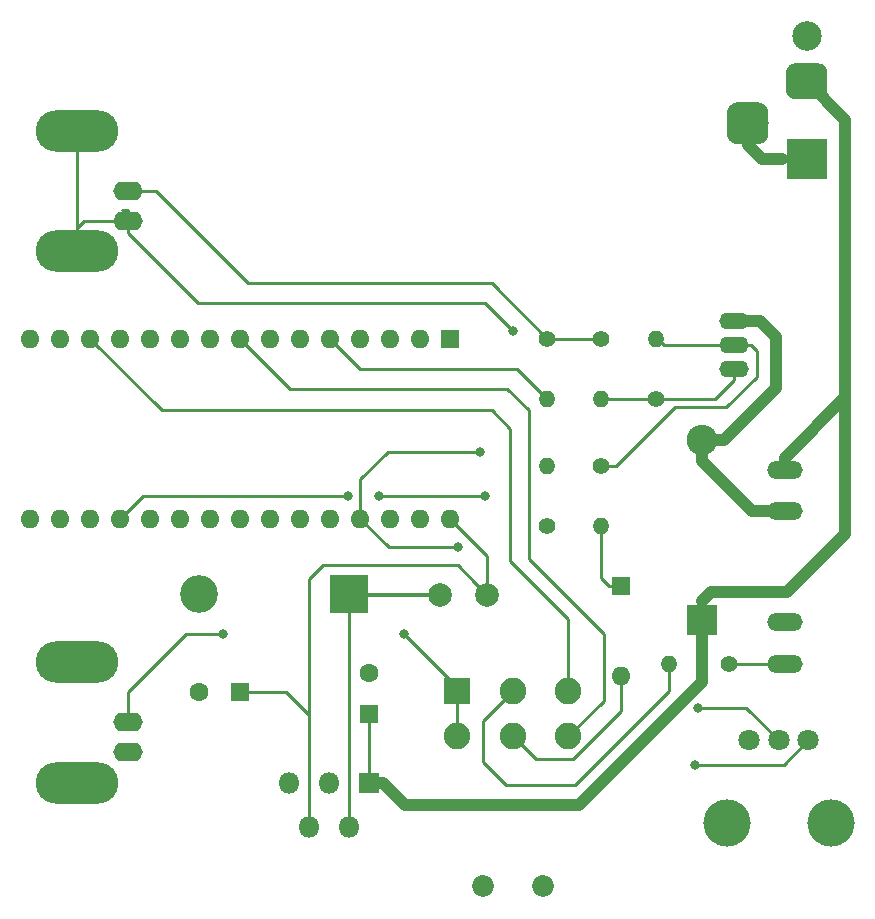
<source format=gbr>
G04 #@! TF.GenerationSoftware,KiCad,Pcbnew,(5.0.0)*
G04 #@! TF.CreationDate,2018-09-07T11:03:02+01:00*
G04 #@! TF.ProjectId,OpenSpritzer,4F70656E53707269747A65722E6B6963,rev?*
G04 #@! TF.SameCoordinates,Original*
G04 #@! TF.FileFunction,Copper,L1,Top,Signal*
G04 #@! TF.FilePolarity,Positive*
%FSLAX46Y46*%
G04 Gerber Fmt 4.6, Leading zero omitted, Abs format (unit mm)*
G04 Created by KiCad (PCBNEW (5.0.0)) date 09/07/18 11:03:02*
%MOMM*%
%LPD*%
G01*
G04 APERTURE LIST*
G04 #@! TA.AperFunction,ComponentPad*
%ADD10O,1.400000X1.400000*%
G04 #@! TD*
G04 #@! TA.AperFunction,ComponentPad*
%ADD11C,1.400000*%
G04 #@! TD*
G04 #@! TA.AperFunction,ComponentPad*
%ADD12C,1.600000*%
G04 #@! TD*
G04 #@! TA.AperFunction,ComponentPad*
%ADD13R,1.600000X1.600000*%
G04 #@! TD*
G04 #@! TA.AperFunction,ComponentPad*
%ADD14R,2.250000X2.250000*%
G04 #@! TD*
G04 #@! TA.AperFunction,ComponentPad*
%ADD15C,2.250000*%
G04 #@! TD*
G04 #@! TA.AperFunction,ComponentPad*
%ADD16C,1.850000*%
G04 #@! TD*
G04 #@! TA.AperFunction,ComponentPad*
%ADD17O,3.010000X1.510000*%
G04 #@! TD*
G04 #@! TA.AperFunction,Conductor*
%ADD18C,0.100000*%
G04 #@! TD*
G04 #@! TA.AperFunction,ComponentPad*
%ADD19C,3.500000*%
G04 #@! TD*
G04 #@! TA.AperFunction,ComponentPad*
%ADD20C,3.000000*%
G04 #@! TD*
G04 #@! TA.AperFunction,ComponentPad*
%ADD21R,3.500000X3.500000*%
G04 #@! TD*
G04 #@! TA.AperFunction,ComponentPad*
%ADD22C,2.500000*%
G04 #@! TD*
G04 #@! TA.AperFunction,ComponentPad*
%ADD23O,7.000240X3.500120*%
G04 #@! TD*
G04 #@! TA.AperFunction,ComponentPad*
%ADD24O,2.499360X1.600200*%
G04 #@! TD*
G04 #@! TA.AperFunction,ComponentPad*
%ADD25O,2.500000X1.400000*%
G04 #@! TD*
G04 #@! TA.AperFunction,ComponentPad*
%ADD26C,1.800000*%
G04 #@! TD*
G04 #@! TA.AperFunction,WasherPad*
%ADD27C,4.000000*%
G04 #@! TD*
G04 #@! TA.AperFunction,ComponentPad*
%ADD28O,1.600000X1.600000*%
G04 #@! TD*
G04 #@! TA.AperFunction,ComponentPad*
%ADD29R,2.600000X2.600000*%
G04 #@! TD*
G04 #@! TA.AperFunction,ComponentPad*
%ADD30O,2.600000X2.600000*%
G04 #@! TD*
G04 #@! TA.AperFunction,ComponentPad*
%ADD31R,3.200000X3.200000*%
G04 #@! TD*
G04 #@! TA.AperFunction,ComponentPad*
%ADD32O,3.200000X3.200000*%
G04 #@! TD*
G04 #@! TA.AperFunction,ComponentPad*
%ADD33C,2.000000*%
G04 #@! TD*
G04 #@! TA.AperFunction,ComponentPad*
%ADD34R,1.800000X1.800000*%
G04 #@! TD*
G04 #@! TA.AperFunction,ComponentPad*
%ADD35O,1.800000X1.800000*%
G04 #@! TD*
G04 #@! TA.AperFunction,ViaPad*
%ADD36C,0.800000*%
G04 #@! TD*
G04 #@! TA.AperFunction,Conductor*
%ADD37C,1.000000*%
G04 #@! TD*
G04 #@! TA.AperFunction,Conductor*
%ADD38C,0.250000*%
G04 #@! TD*
G04 APERTURE END LIST*
D10*
G04 #@! TO.P,,2*
G04 #@! TO.N,Net-(A1-Pad5)*
X147900000Y-107580000D03*
D11*
G04 #@! TO.P,,1*
G04 #@! TO.N,Net-(J1-Pad1)*
X147900000Y-102500000D03*
G04 #@! TD*
D10*
G04 #@! TO.P,,2*
G04 #@! TO.N,Net-(Q1-Pad1)*
X152500000Y-107580000D03*
D11*
G04 #@! TO.P,,1*
G04 #@! TO.N,Net-(J1-Pad1)*
X152500000Y-102500000D03*
G04 #@! TD*
D10*
G04 #@! TO.P,,2*
G04 #@! TO.N,Net-(Q1-Pad2)*
X157075000Y-102495000D03*
D11*
G04 #@! TO.P,,1*
G04 #@! TO.N,Net-(Q1-Pad1)*
X157075000Y-107575000D03*
G04 #@! TD*
D10*
G04 #@! TO.P,,2*
G04 #@! TO.N,Net-(D2-Pad1)*
X152475000Y-118405000D03*
D11*
G04 #@! TO.P,,1*
G04 #@! TO.N,Net-(Q1-Pad2)*
X152475000Y-113325000D03*
G04 #@! TD*
D10*
G04 #@! TO.P,,2*
G04 #@! TO.N,Net-(A1-Pad19)*
X147900000Y-113295000D03*
D11*
G04 #@! TO.P,,1*
G04 #@! TO.N,Net-(R1-Pad1)*
X147900000Y-118375000D03*
G04 #@! TD*
D12*
G04 #@! TO.P,,2*
G04 #@! TO.N,GNDREF*
X118425000Y-132425000D03*
D13*
G04 #@! TO.P,,1*
G04 #@! TO.N,Net-(A1-Pad30)*
X121925000Y-132425000D03*
G04 #@! TD*
D10*
G04 #@! TO.P,,2*
G04 #@! TO.N,Net-(R2-Pad2)*
X158220000Y-130050000D03*
D11*
G04 #@! TO.P,,1*
G04 #@! TO.N,Net-(D1-Pad2)*
X163300000Y-130050000D03*
G04 #@! TD*
D14*
G04 #@! TO.P,,1*
G04 #@! TO.N,Net-(J4-Pad1)*
X140300000Y-132350000D03*
D15*
G04 #@! TO.P,,2*
G04 #@! TO.N,Net-(R2-Pad2)*
X145000000Y-132350000D03*
G04 #@! TO.P,,3*
G04 #@! TO.N,Net-(A1-Pad13)*
X149700000Y-132350000D03*
G04 #@! TO.P,,4*
G04 #@! TO.N,Net-(J4-Pad1)*
X140300000Y-136160000D03*
G04 #@! TO.P,,5*
G04 #@! TO.N,Net-(D2-Pad2)*
X145000000Y-136160000D03*
G04 #@! TO.P,,6*
G04 #@! TO.N,Net-(A1-Pad8)*
X149700000Y-136160000D03*
D16*
G04 #@! TO.P,,7*
G04 #@! TO.N,N/C*
X142460000Y-148860000D03*
G04 #@! TO.P,,8*
X147540000Y-148860000D03*
G04 #@! TD*
D17*
G04 #@! TO.P,,1*
G04 #@! TO.N,GNDREF*
X168000000Y-126525000D03*
G04 #@! TO.P,,2*
G04 #@! TO.N,Net-(D1-Pad2)*
X168000000Y-130025000D03*
G04 #@! TD*
D18*
G04 #@! TO.N,N/C*
G04 #@! TO.C,*
G36*
X165835765Y-82504213D02*
X165920704Y-82516813D01*
X166003999Y-82537677D01*
X166084848Y-82566605D01*
X166162472Y-82603319D01*
X166236124Y-82647464D01*
X166305094Y-82698616D01*
X166368718Y-82756282D01*
X166426384Y-82819906D01*
X166477536Y-82888876D01*
X166521681Y-82962528D01*
X166558395Y-83040152D01*
X166587323Y-83121001D01*
X166608187Y-83204296D01*
X166620787Y-83289235D01*
X166625000Y-83375000D01*
X166625000Y-85125000D01*
X166620787Y-85210765D01*
X166608187Y-85295704D01*
X166587323Y-85378999D01*
X166558395Y-85459848D01*
X166521681Y-85537472D01*
X166477536Y-85611124D01*
X166426384Y-85680094D01*
X166368718Y-85743718D01*
X166305094Y-85801384D01*
X166236124Y-85852536D01*
X166162472Y-85896681D01*
X166084848Y-85933395D01*
X166003999Y-85962323D01*
X165920704Y-85983187D01*
X165835765Y-85995787D01*
X165750000Y-86000000D01*
X164000000Y-86000000D01*
X163914235Y-85995787D01*
X163829296Y-85983187D01*
X163746001Y-85962323D01*
X163665152Y-85933395D01*
X163587528Y-85896681D01*
X163513876Y-85852536D01*
X163444906Y-85801384D01*
X163381282Y-85743718D01*
X163323616Y-85680094D01*
X163272464Y-85611124D01*
X163228319Y-85537472D01*
X163191605Y-85459848D01*
X163162677Y-85378999D01*
X163141813Y-85295704D01*
X163129213Y-85210765D01*
X163125000Y-85125000D01*
X163125000Y-83375000D01*
X163129213Y-83289235D01*
X163141813Y-83204296D01*
X163162677Y-83121001D01*
X163191605Y-83040152D01*
X163228319Y-82962528D01*
X163272464Y-82888876D01*
X163323616Y-82819906D01*
X163381282Y-82756282D01*
X163444906Y-82698616D01*
X163513876Y-82647464D01*
X163587528Y-82603319D01*
X163665152Y-82566605D01*
X163746001Y-82537677D01*
X163829296Y-82516813D01*
X163914235Y-82504213D01*
X164000000Y-82500000D01*
X165750000Y-82500000D01*
X165835765Y-82504213D01*
X165835765Y-82504213D01*
G37*
D19*
G04 #@! TD*
G04 #@! TO.P,,3*
G04 #@! TO.N,N/C*
X164875000Y-84250000D03*
D18*
G04 #@! TO.N,Net-(C1-Pad1)*
G04 #@! TO.C,*
G36*
X170948513Y-79203611D02*
X171021318Y-79214411D01*
X171092714Y-79232295D01*
X171162013Y-79257090D01*
X171228548Y-79288559D01*
X171291678Y-79326398D01*
X171350795Y-79370242D01*
X171405330Y-79419670D01*
X171454758Y-79474205D01*
X171498602Y-79533322D01*
X171536441Y-79596452D01*
X171567910Y-79662987D01*
X171592705Y-79732286D01*
X171610589Y-79803682D01*
X171621389Y-79876487D01*
X171625000Y-79950000D01*
X171625000Y-81450000D01*
X171621389Y-81523513D01*
X171610589Y-81596318D01*
X171592705Y-81667714D01*
X171567910Y-81737013D01*
X171536441Y-81803548D01*
X171498602Y-81866678D01*
X171454758Y-81925795D01*
X171405330Y-81980330D01*
X171350795Y-82029758D01*
X171291678Y-82073602D01*
X171228548Y-82111441D01*
X171162013Y-82142910D01*
X171092714Y-82167705D01*
X171021318Y-82185589D01*
X170948513Y-82196389D01*
X170875000Y-82200000D01*
X168875000Y-82200000D01*
X168801487Y-82196389D01*
X168728682Y-82185589D01*
X168657286Y-82167705D01*
X168587987Y-82142910D01*
X168521452Y-82111441D01*
X168458322Y-82073602D01*
X168399205Y-82029758D01*
X168344670Y-81980330D01*
X168295242Y-81925795D01*
X168251398Y-81866678D01*
X168213559Y-81803548D01*
X168182090Y-81737013D01*
X168157295Y-81667714D01*
X168139411Y-81596318D01*
X168128611Y-81523513D01*
X168125000Y-81450000D01*
X168125000Y-79950000D01*
X168128611Y-79876487D01*
X168139411Y-79803682D01*
X168157295Y-79732286D01*
X168182090Y-79662987D01*
X168213559Y-79596452D01*
X168251398Y-79533322D01*
X168295242Y-79474205D01*
X168344670Y-79419670D01*
X168399205Y-79370242D01*
X168458322Y-79326398D01*
X168521452Y-79288559D01*
X168587987Y-79257090D01*
X168657286Y-79232295D01*
X168728682Y-79214411D01*
X168801487Y-79203611D01*
X168875000Y-79200000D01*
X170875000Y-79200000D01*
X170948513Y-79203611D01*
X170948513Y-79203611D01*
G37*
D20*
G04 #@! TD*
G04 #@! TO.P,,2*
G04 #@! TO.N,Net-(C1-Pad1)*
X169875000Y-80700000D03*
D21*
G04 #@! TO.P,,1*
G04 #@! TO.N,GNDREF*
X169875000Y-87300000D03*
D22*
G04 #@! TO.P,,4*
G04 #@! TO.N,N/C*
X169875000Y-76900000D03*
G04 #@! TD*
D17*
G04 #@! TO.P,,2*
G04 #@! TO.N,Net-(D3-Pad2)*
X168000000Y-117125000D03*
G04 #@! TO.P,,1*
G04 #@! TO.N,Net-(C1-Pad1)*
X168000000Y-113625000D03*
G04 #@! TD*
D23*
G04 #@! TO.P,,2*
G04 #@! TO.N,Net-(A1-Pad27)*
X108111600Y-95097780D03*
X108111600Y-84899680D03*
D24*
G04 #@! TO.P,,1*
G04 #@! TO.N,Net-(J1-Pad1)*
X112376260Y-90000000D03*
G04 #@! TO.P,,2*
G04 #@! TO.N,Net-(A1-Pad27)*
X112376260Y-92499360D03*
G04 #@! TD*
D25*
G04 #@! TO.P,,2*
G04 #@! TO.N,Net-(Q1-Pad2)*
X163700000Y-103050000D03*
G04 #@! TO.P,,1*
G04 #@! TO.N,Net-(Q1-Pad1)*
X163700000Y-105050000D03*
G04 #@! TO.P,,3*
G04 #@! TO.N,Net-(D3-Pad2)*
X163700000Y-101050000D03*
G04 #@! TD*
D26*
G04 #@! TO.P,,3*
G04 #@! TO.N,Net-(A1-Pad27)*
X170000000Y-136525000D03*
G04 #@! TO.P,,2*
G04 #@! TO.N,Net-(R1-Pad1)*
X167500000Y-136525000D03*
G04 #@! TO.P,,1*
G04 #@! TO.N,Net-(Q1-Pad1)*
X165000000Y-136525000D03*
D27*
G04 #@! TO.P,,0*
G04 #@! TO.N,*
X171900000Y-143525000D03*
X163100000Y-143525000D03*
G04 #@! TD*
D13*
G04 #@! TO.P,,1*
G04 #@! TO.N,Net-(A1-Pad1)*
X139700000Y-102500000D03*
D28*
G04 #@! TO.P,,17*
G04 #@! TO.N,Net-(A1-Pad17)*
X106680000Y-117740000D03*
G04 #@! TO.P,,2*
G04 #@! TO.N,Net-(A1-Pad2)*
X137160000Y-102500000D03*
G04 #@! TO.P,,18*
G04 #@! TO.N,Net-(A1-Pad18)*
X109220000Y-117740000D03*
G04 #@! TO.P,,3*
G04 #@! TO.N,Net-(A1-Pad3)*
X134620000Y-102500000D03*
G04 #@! TO.P,,19*
G04 #@! TO.N,Net-(A1-Pad19)*
X111760000Y-117740000D03*
G04 #@! TO.P,,4*
G04 #@! TO.N,Net-(A1-Pad4)*
X132080000Y-102500000D03*
G04 #@! TO.P,,20*
G04 #@! TO.N,Net-(A1-Pad20)*
X114300000Y-117740000D03*
G04 #@! TO.P,,5*
G04 #@! TO.N,Net-(A1-Pad5)*
X129540000Y-102500000D03*
G04 #@! TO.P,,21*
G04 #@! TO.N,Net-(A1-Pad21)*
X116840000Y-117740000D03*
G04 #@! TO.P,,6*
G04 #@! TO.N,Net-(A1-Pad6)*
X127000000Y-102500000D03*
G04 #@! TO.P,,22*
G04 #@! TO.N,Net-(A1-Pad22)*
X119380000Y-117740000D03*
G04 #@! TO.P,,7*
G04 #@! TO.N,Net-(A1-Pad7)*
X124460000Y-102500000D03*
G04 #@! TO.P,,23*
G04 #@! TO.N,Net-(A1-Pad23)*
X121920000Y-117740000D03*
G04 #@! TO.P,,8*
G04 #@! TO.N,Net-(A1-Pad8)*
X121920000Y-102500000D03*
G04 #@! TO.P,,24*
G04 #@! TO.N,Net-(A1-Pad24)*
X124460000Y-117740000D03*
G04 #@! TO.P,,9*
G04 #@! TO.N,Net-(A1-Pad9)*
X119380000Y-102500000D03*
G04 #@! TO.P,,25*
G04 #@! TO.N,Net-(A1-Pad25)*
X127000000Y-117740000D03*
G04 #@! TO.P,,10*
G04 #@! TO.N,Net-(A1-Pad10)*
X116840000Y-102500000D03*
G04 #@! TO.P,,26*
G04 #@! TO.N,Net-(A1-Pad26)*
X129540000Y-117740000D03*
G04 #@! TO.P,,11*
G04 #@! TO.N,Net-(A1-Pad11)*
X114300000Y-102500000D03*
G04 #@! TO.P,,27*
G04 #@! TO.N,Net-(A1-Pad27)*
X132080000Y-117740000D03*
G04 #@! TO.P,,12*
G04 #@! TO.N,Net-(A1-Pad12)*
X111760000Y-102500000D03*
G04 #@! TO.P,,28*
G04 #@! TO.N,Net-(A1-Pad28)*
X134620000Y-117740000D03*
G04 #@! TO.P,,13*
G04 #@! TO.N,Net-(A1-Pad13)*
X109220000Y-102500000D03*
G04 #@! TO.P,,29*
G04 #@! TO.N,GNDREF*
X137160000Y-117740000D03*
G04 #@! TO.P,,14*
G04 #@! TO.N,Net-(A1-Pad14)*
X106680000Y-102500000D03*
G04 #@! TO.P,,30*
G04 #@! TO.N,Net-(A1-Pad30)*
X139700000Y-117740000D03*
G04 #@! TO.P,,15*
G04 #@! TO.N,Net-(A1-Pad15)*
X104140000Y-102500000D03*
G04 #@! TO.P,,16*
G04 #@! TO.N,Net-(A1-Pad16)*
X104140000Y-117740000D03*
G04 #@! TD*
D13*
G04 #@! TO.P,,1*
G04 #@! TO.N,Net-(D2-Pad1)*
X154150000Y-123425000D03*
D28*
G04 #@! TO.P,,2*
G04 #@! TO.N,Net-(D2-Pad2)*
X154150000Y-131045000D03*
G04 #@! TD*
D29*
G04 #@! TO.P,,1*
G04 #@! TO.N,Net-(C1-Pad1)*
X161000000Y-126300000D03*
D30*
G04 #@! TO.P,,2*
G04 #@! TO.N,Net-(D3-Pad2)*
X161000000Y-111060000D03*
G04 #@! TD*
D13*
G04 #@! TO.P,,1*
G04 #@! TO.N,Net-(C1-Pad1)*
X132825000Y-134275000D03*
D12*
G04 #@! TO.P,,2*
G04 #@! TO.N,GNDREF*
X132825000Y-130775000D03*
G04 #@! TD*
D31*
G04 #@! TO.P,,1*
G04 #@! TO.N,Net-(D4-Pad1)*
X131125000Y-124150000D03*
D32*
G04 #@! TO.P,,2*
G04 #@! TO.N,GNDREF*
X118425000Y-124150000D03*
G04 #@! TD*
D33*
G04 #@! TO.P,,1*
G04 #@! TO.N,Net-(A1-Pad30)*
X142825000Y-124175000D03*
G04 #@! TO.P,,2*
G04 #@! TO.N,Net-(D4-Pad1)*
X138825000Y-124175000D03*
G04 #@! TD*
D34*
G04 #@! TO.P,,1*
G04 #@! TO.N,Net-(C1-Pad1)*
X132825000Y-140125000D03*
D35*
G04 #@! TO.P,,2*
G04 #@! TO.N,Net-(D4-Pad1)*
X131125000Y-143825000D03*
G04 #@! TO.P,,3*
G04 #@! TO.N,GNDREF*
X129425000Y-140125000D03*
G04 #@! TO.P,,4*
G04 #@! TO.N,Net-(A1-Pad30)*
X127725000Y-143825000D03*
G04 #@! TO.P,,5*
G04 #@! TO.N,GNDREF*
X126025000Y-140125000D03*
G04 #@! TD*
D24*
G04 #@! TO.P,,2*
G04 #@! TO.N,GNDREF*
X112401260Y-137499360D03*
G04 #@! TO.P,,1*
G04 #@! TO.N,Net-(J4-Pad1)*
X112401260Y-135000000D03*
D23*
G04 #@! TO.P,,2*
G04 #@! TO.N,GNDREF*
X108136600Y-129899680D03*
X108136600Y-140097780D03*
G04 #@! TD*
D36*
G04 #@! TO.N,Net-(A1-Pad27)*
X160450000Y-138575000D03*
X142250000Y-112100000D03*
X145025000Y-101875000D03*
X140375000Y-120175000D03*
G04 #@! TO.N,Net-(A1-Pad19)*
X142600000Y-115825000D03*
X133650000Y-115850000D03*
X131025000Y-115850000D03*
G04 #@! TO.N,Net-(R1-Pad1)*
X160675000Y-133750000D03*
G04 #@! TO.N,Net-(J4-Pad1)*
X120425000Y-127500000D03*
X135800000Y-127500000D03*
G04 #@! TD*
D37*
G04 #@! TO.N,*
X164875000Y-86100000D02*
X166075000Y-87300000D01*
X166075000Y-87300000D02*
X167799999Y-87300000D01*
X164875000Y-84250000D02*
X164875000Y-86100000D01*
D38*
G04 #@! TO.N,Net-(A1-Pad30)*
X142825000Y-124175000D02*
X142825000Y-121090000D01*
X125800000Y-132425000D02*
X121925000Y-132425000D01*
X127725000Y-134350000D02*
X125800000Y-132425000D01*
X127725000Y-134550000D02*
X127725000Y-134350000D01*
X127725000Y-143825000D02*
X127725000Y-134550000D01*
X141825001Y-123175001D02*
X142825000Y-124175000D01*
X140325000Y-121675000D02*
X141825001Y-123175001D01*
X128900000Y-121675000D02*
X140325000Y-121675000D01*
X127725000Y-122850000D02*
X128900000Y-121675000D01*
X127725000Y-134550000D02*
X127725000Y-122850000D01*
X142825000Y-120865000D02*
X142825000Y-124175000D01*
X139700000Y-117740000D02*
X142825000Y-120865000D01*
G04 #@! TO.N,GNDREF*
X108136600Y-138597780D02*
X109886660Y-138597780D01*
G04 #@! TO.N,Net-(A1-Pad13)*
X149700000Y-126250000D02*
X149700000Y-132350000D01*
X144775000Y-121325000D02*
X149700000Y-126250000D01*
X144775000Y-110150000D02*
X144775000Y-121325000D01*
X143200000Y-108575000D02*
X144775000Y-110150000D01*
X109220000Y-102500000D02*
X115295000Y-108575000D01*
X115295000Y-108575000D02*
X143200000Y-108575000D01*
G04 #@! TO.N,Net-(A1-Pad27)*
X112376260Y-91658180D02*
X112376260Y-91574360D01*
X108111600Y-94172780D02*
X109861660Y-94172780D01*
X111926680Y-91574360D02*
X112376260Y-91574360D01*
X160450000Y-138575000D02*
X160450000Y-138575000D01*
X132080000Y-114420000D02*
X134400000Y-112100000D01*
X134400000Y-112100000D02*
X142250000Y-112100000D01*
X142250000Y-112100000D02*
X142250000Y-112100000D01*
X112376260Y-91574360D02*
X112376260Y-92624460D01*
X145025000Y-101875000D02*
X145025000Y-101875000D01*
X140375000Y-120175000D02*
X140375000Y-120175000D01*
X142625000Y-99475000D02*
X145025000Y-101875000D01*
X118301800Y-99475000D02*
X142625000Y-99475000D01*
X112376260Y-93549460D02*
X118301800Y-99475000D01*
X112376260Y-92499360D02*
X112376260Y-93549460D01*
X108111600Y-93097720D02*
X108111600Y-95097780D01*
X108709960Y-92499360D02*
X108111600Y-93097720D01*
X112376260Y-92499360D02*
X108709960Y-92499360D01*
X108111600Y-84899680D02*
X108111600Y-95097780D01*
X134515000Y-120175000D02*
X132080000Y-117740000D01*
X140375000Y-120175000D02*
X134515000Y-120175000D01*
X132080000Y-114420000D02*
X132080000Y-117740000D01*
X167950000Y-138575000D02*
X170000000Y-136525000D01*
X160450000Y-138575000D02*
X167950000Y-138575000D01*
G04 #@! TO.N,Net-(A1-Pad8)*
X152700000Y-133160000D02*
X149700000Y-136160000D01*
X121920000Y-102500000D02*
X126170000Y-106750000D01*
X144500000Y-106750000D02*
X146325000Y-108575000D01*
X146325000Y-108575000D02*
X146325000Y-121175000D01*
X126170000Y-106750000D02*
X144500000Y-106750000D01*
X146325000Y-121175000D02*
X152700000Y-127550000D01*
X152700000Y-127550000D02*
X152700000Y-133160000D01*
G04 #@! TO.N,Net-(A1-Pad5)*
X132080000Y-105040000D02*
X129540000Y-102500000D01*
X145360000Y-105040000D02*
X147900000Y-107580000D01*
X132080000Y-105040000D02*
X145360000Y-105040000D01*
G04 #@! TO.N,Net-(A1-Pad19)*
X116450000Y-115850000D02*
X116450000Y-115850000D01*
X131025000Y-115850000D02*
X131025000Y-115850000D01*
X133650000Y-115850000D02*
X142625000Y-115850000D01*
X113650000Y-115850000D02*
X111760000Y-117740000D01*
X131025000Y-115850000D02*
X113650000Y-115850000D01*
G04 #@! TO.N,Net-(D1-Pad2)*
X167975000Y-130050000D02*
X168000000Y-130025000D01*
X163300000Y-130050000D02*
X167975000Y-130050000D01*
G04 #@! TO.N,Net-(D2-Pad2)*
X154150000Y-134050000D02*
X154150000Y-131045000D01*
X150100000Y-138100000D02*
X154150000Y-134050000D01*
X146940000Y-138100000D02*
X145000000Y-136160000D01*
X150100000Y-138100000D02*
X146940000Y-138100000D01*
G04 #@! TO.N,Net-(D2-Pad1)*
X152475000Y-122800000D02*
X152475000Y-118405000D01*
X154150000Y-123425000D02*
X153100000Y-123425000D01*
X153100000Y-123425000D02*
X152475000Y-122800000D01*
D37*
G04 #@! TO.N,Net-(D3-Pad2)*
X162838477Y-111060000D02*
X167250000Y-106648477D01*
X161000000Y-111060000D02*
X162838477Y-111060000D01*
X165950000Y-101050000D02*
X163700000Y-101050000D01*
X167250000Y-102350000D02*
X165950000Y-101050000D01*
X167250000Y-106648477D02*
X167250000Y-102350000D01*
X165495000Y-117125000D02*
X168000000Y-117125000D01*
X165226523Y-117125000D02*
X165495000Y-117125000D01*
X161000000Y-112898477D02*
X165226523Y-117125000D01*
X161000000Y-111060000D02*
X161000000Y-112898477D01*
D38*
G04 #@! TO.N,Net-(J1-Pad1)*
X148889949Y-102500000D02*
X152500000Y-102500000D01*
X147900000Y-102500000D02*
X148889949Y-102500000D01*
X143200000Y-97800000D02*
X147900000Y-102500000D01*
X122600940Y-97800000D02*
X143200000Y-97800000D01*
X114800940Y-90000000D02*
X112376260Y-90000000D01*
X122600940Y-97800000D02*
X114800940Y-90000000D01*
G04 #@! TO.N,Net-(Q1-Pad2)*
X163160000Y-102510000D02*
X163700000Y-103050000D01*
X157805000Y-103050000D02*
X157075000Y-102320000D01*
X163700000Y-103050000D02*
X157805000Y-103050000D01*
X165200000Y-103050000D02*
X165675000Y-103525000D01*
X163700000Y-103050000D02*
X165200000Y-103050000D01*
X165675000Y-103525000D02*
X165675000Y-105725000D01*
X165675000Y-105725000D02*
X163075000Y-108325000D01*
X153725000Y-113325000D02*
X152475000Y-113325000D01*
X163075000Y-108325000D02*
X158725000Y-108325000D01*
X158725000Y-108325000D02*
X153725000Y-113325000D01*
G04 #@! TO.N,Net-(R1-Pad1)*
X160675000Y-133750000D02*
X160675000Y-133750000D01*
X164725000Y-133750000D02*
X167500000Y-136525000D01*
X160675000Y-133750000D02*
X164725000Y-133750000D01*
G04 #@! TO.N,Net-(R2-Pad2)*
X144375000Y-140275000D02*
X150250000Y-140275000D01*
X158220000Y-132305000D02*
X158220000Y-130050000D01*
X150250000Y-140275000D02*
X158220000Y-132305000D01*
X143875001Y-133474999D02*
X145000000Y-132350000D01*
X142450000Y-134900000D02*
X143875001Y-133474999D01*
X142450000Y-138350000D02*
X142450000Y-134900000D01*
X144375000Y-140275000D02*
X142450000Y-138350000D01*
D37*
G04 #@! TO.N,Net-(C1-Pad1)*
X169875000Y-80700000D02*
X173150000Y-83975000D01*
X168000000Y-112620000D02*
X168000000Y-113625000D01*
X173150000Y-107470000D02*
X168000000Y-112620000D01*
X173150000Y-83975000D02*
X173150000Y-107470000D01*
D38*
X161000000Y-124750000D02*
X161000000Y-126300000D01*
D37*
X172700000Y-119475000D02*
X168225000Y-123950000D01*
X168225000Y-123950000D02*
X161800000Y-123950000D01*
X161800000Y-123950000D02*
X161000000Y-124750000D01*
X161000000Y-131550000D02*
X161000000Y-126300000D01*
X150575000Y-141975000D02*
X161000000Y-131550000D01*
X150575000Y-141975000D02*
X137000000Y-141975000D01*
X135825000Y-141975000D02*
X137000000Y-141975000D01*
X133975000Y-140125000D02*
X135825000Y-141975000D01*
X132825000Y-140125000D02*
X133975000Y-140125000D01*
D38*
X132825000Y-135325000D02*
X132825000Y-140125000D01*
X132825000Y-134275000D02*
X132825000Y-135325000D01*
D37*
X173150000Y-119025000D02*
X172700000Y-119475000D01*
X173150000Y-107470000D02*
X173150000Y-119025000D01*
D38*
G04 #@! TO.N,Net-(D4-Pad1)*
X138825000Y-124175000D02*
X132575000Y-124175000D01*
X131125000Y-126000000D02*
X131125000Y-127175000D01*
X131125000Y-124150000D02*
X131125000Y-126000000D01*
X131125000Y-143825000D02*
X131125000Y-127175000D01*
X131125000Y-127175000D02*
X131125000Y-127075000D01*
X138800000Y-124150000D02*
X138825000Y-124175000D01*
X131125000Y-124150000D02*
X138800000Y-124150000D01*
G04 #@! TO.N,Net-(J4-Pad1)*
X120425000Y-127500000D02*
X120425000Y-127500000D01*
X135800000Y-127500000D02*
X135800000Y-127500000D01*
X117351160Y-127500000D02*
X120425000Y-127500000D01*
X112401260Y-135000000D02*
X112401260Y-132449900D01*
X112401260Y-132449900D02*
X117351160Y-127500000D01*
X140300000Y-132000000D02*
X140300000Y-132350000D01*
X135800000Y-127500000D02*
X140300000Y-132000000D01*
X140300000Y-133725000D02*
X140300000Y-136160000D01*
X140300000Y-132350000D02*
X140300000Y-133725000D01*
G04 #@! TO.N,Net-(Q1-Pad1)*
X157070000Y-107580000D02*
X157075000Y-107575000D01*
X152500000Y-107580000D02*
X157070000Y-107580000D01*
X163700000Y-106000000D02*
X163700000Y-105050000D01*
X162125000Y-107575000D02*
X163700000Y-106000000D01*
X157075000Y-107575000D02*
X162125000Y-107575000D01*
G04 #@! TD*
M02*

</source>
